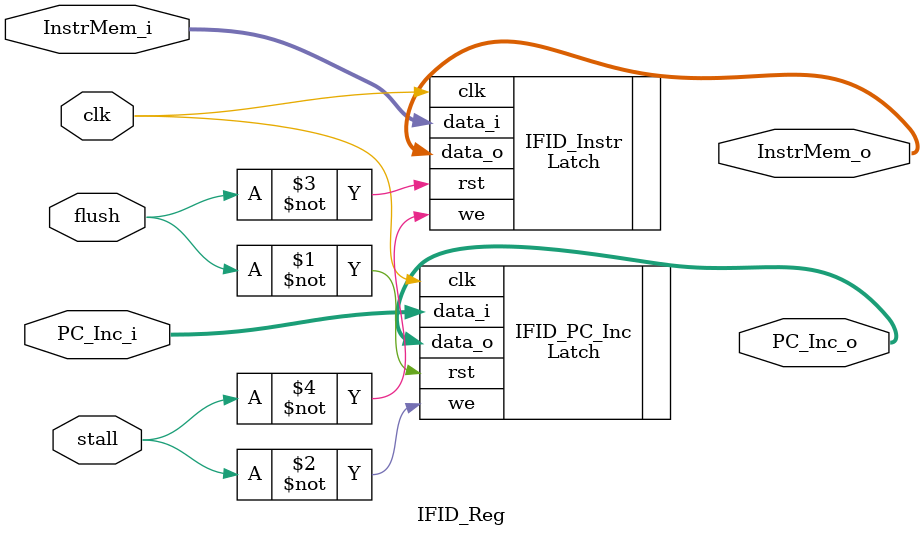
<source format=v>
module IFID_Reg (
	input				clk,
	
	input				flush,
	input				stall,

	input	[32-1:0]	PC_Inc_i,
	output	[32-1:0]	PC_Inc_o,
	input	[32-1:0]	InstrMem_i,
	output	[32-1:0]	InstrMem_o
);

	Latch IFID_PC_Inc (
		.clk	(clk),
		.rst	(~flush),
		.we		(~stall),
		.data_i	(PC_Inc_i),
		.data_o	(PC_Inc_o)
	);

	Latch IFID_Instr (
		.clk	(clk),
		.rst	(~flush),
		.we		(~stall),
		.data_i	(InstrMem_i),
		.data_o	(InstrMem_o)
	);

endmodule

</source>
